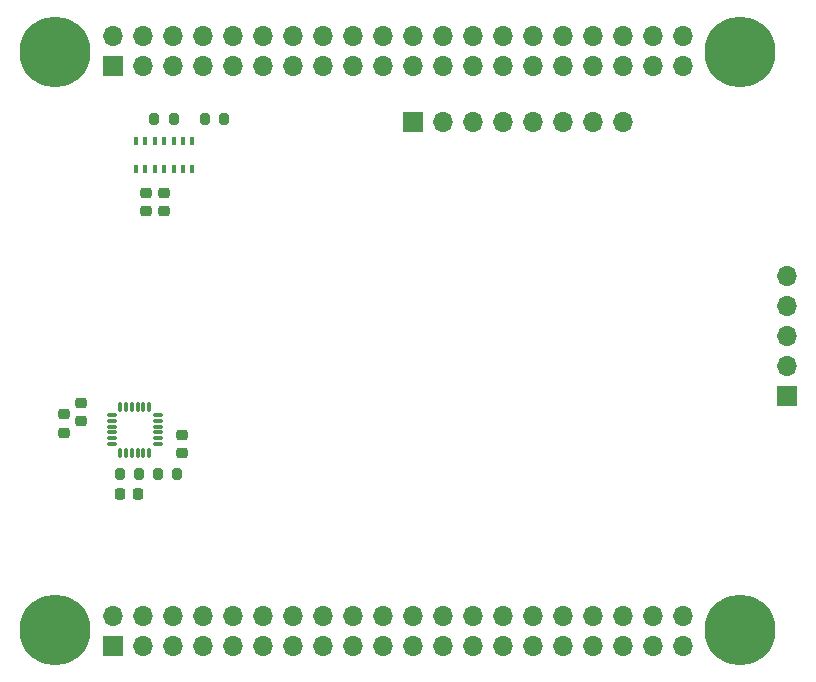
<source format=gbr>
%TF.GenerationSoftware,KiCad,Pcbnew,(6.0.1)*%
%TF.CreationDate,2022-01-17T17:26:23+08:00*%
%TF.ProjectId,ART-PI-HAT,4152542d-5049-42d4-9841-542e6b696361,rev?*%
%TF.SameCoordinates,Original*%
%TF.FileFunction,Soldermask,Top*%
%TF.FilePolarity,Negative*%
%FSLAX46Y46*%
G04 Gerber Fmt 4.6, Leading zero omitted, Abs format (unit mm)*
G04 Created by KiCad (PCBNEW (6.0.1)) date 2022-01-17 17:26:23*
%MOMM*%
%LPD*%
G01*
G04 APERTURE LIST*
G04 Aperture macros list*
%AMRoundRect*
0 Rectangle with rounded corners*
0 $1 Rounding radius*
0 $2 $3 $4 $5 $6 $7 $8 $9 X,Y pos of 4 corners*
0 Add a 4 corners polygon primitive as box body*
4,1,4,$2,$3,$4,$5,$6,$7,$8,$9,$2,$3,0*
0 Add four circle primitives for the rounded corners*
1,1,$1+$1,$2,$3*
1,1,$1+$1,$4,$5*
1,1,$1+$1,$6,$7*
1,1,$1+$1,$8,$9*
0 Add four rect primitives between the rounded corners*
20,1,$1+$1,$2,$3,$4,$5,0*
20,1,$1+$1,$4,$5,$6,$7,0*
20,1,$1+$1,$6,$7,$8,$9,0*
20,1,$1+$1,$8,$9,$2,$3,0*%
G04 Aperture macros list end*
%ADD10RoundRect,0.200000X-0.200000X-0.275000X0.200000X-0.275000X0.200000X0.275000X-0.200000X0.275000X0*%
%ADD11C,6.000000*%
%ADD12RoundRect,0.075000X-0.075000X0.350000X-0.075000X-0.350000X0.075000X-0.350000X0.075000X0.350000X0*%
%ADD13RoundRect,0.075000X-0.350000X-0.075000X0.350000X-0.075000X0.350000X0.075000X-0.350000X0.075000X0*%
%ADD14RoundRect,0.225000X-0.225000X-0.250000X0.225000X-0.250000X0.225000X0.250000X-0.225000X0.250000X0*%
%ADD15R,1.700000X1.700000*%
%ADD16O,1.700000X1.700000*%
%ADD17RoundRect,0.225000X-0.250000X0.225000X-0.250000X-0.225000X0.250000X-0.225000X0.250000X0.225000X0*%
%ADD18RoundRect,0.225000X0.250000X-0.225000X0.250000X0.225000X-0.250000X0.225000X-0.250000X-0.225000X0*%
%ADD19RoundRect,0.200000X0.200000X0.275000X-0.200000X0.275000X-0.200000X-0.275000X0.200000X-0.275000X0*%
%ADD20RoundRect,0.087500X-0.087500X0.287500X-0.087500X-0.287500X0.087500X-0.287500X0.087500X0.287500X0*%
G04 APERTURE END LIST*
D10*
%TO.C,R6*%
X87725000Y-94750000D03*
X89375000Y-94750000D03*
%TD*%
%TO.C,R5*%
X84475000Y-94750000D03*
X86125000Y-94750000D03*
%TD*%
D11*
%TO.C,H1*%
X79000000Y-108000000D03*
%TD*%
D12*
%TO.C,U3*%
X87000000Y-89050000D03*
X86500000Y-89050000D03*
X86000000Y-89050000D03*
X85500000Y-89050000D03*
X85000000Y-89050000D03*
X84500000Y-89050000D03*
D13*
X83800000Y-89750000D03*
X83800000Y-90250000D03*
X83800000Y-90750000D03*
X83800000Y-91250000D03*
X83800000Y-91750000D03*
X83800000Y-92250000D03*
D12*
X84500000Y-92950000D03*
X85000000Y-92950000D03*
X85500000Y-92950000D03*
X86000000Y-92950000D03*
X86500000Y-92950000D03*
X87000000Y-92950000D03*
D13*
X87700000Y-92250000D03*
X87700000Y-91750000D03*
X87700000Y-91250000D03*
X87700000Y-90750000D03*
X87700000Y-90250000D03*
X87700000Y-89750000D03*
%TD*%
D14*
%TO.C,C6*%
X84525000Y-96476984D03*
X86075000Y-96476984D03*
%TD*%
D15*
%TO.C,J1*%
X83900000Y-60230000D03*
D16*
X83900000Y-57690000D03*
X86440000Y-60230000D03*
X86440000Y-57690000D03*
X88980000Y-60230000D03*
X88980000Y-57690000D03*
X91520000Y-60230000D03*
X91520000Y-57690000D03*
X94060000Y-60230000D03*
X94060000Y-57690000D03*
X96600000Y-60230000D03*
X96600000Y-57690000D03*
X99140000Y-60230000D03*
X99140000Y-57690000D03*
X101680000Y-60230000D03*
X101680000Y-57690000D03*
X104220000Y-60230000D03*
X104220000Y-57690000D03*
X106760000Y-60230000D03*
X106760000Y-57690000D03*
X109300000Y-60230000D03*
X109300000Y-57690000D03*
X111840000Y-60230000D03*
X111840000Y-57690000D03*
X114380000Y-60230000D03*
X114380000Y-57690000D03*
X116920000Y-60230000D03*
X116920000Y-57690000D03*
X119460000Y-60230000D03*
X119460000Y-57690000D03*
X122000000Y-60230000D03*
X122000000Y-57690000D03*
X124540000Y-60230000D03*
X124540000Y-57690000D03*
X127080000Y-60230000D03*
X127080000Y-57690000D03*
X129620000Y-60230000D03*
X129620000Y-57690000D03*
X132160000Y-60230000D03*
X132160000Y-57690000D03*
%TD*%
D11*
%TO.C,H4*%
X137000000Y-59000000D03*
%TD*%
D10*
%TO.C,R1*%
X87425000Y-64750000D03*
X89075000Y-64750000D03*
%TD*%
D11*
%TO.C,H2*%
X79000000Y-59000000D03*
%TD*%
%TO.C,H3*%
X137000000Y-108000000D03*
%TD*%
D15*
%TO.C,J3*%
X109340000Y-65000000D03*
D16*
X111880000Y-65000000D03*
X114420000Y-65000000D03*
X116960000Y-65000000D03*
X119500000Y-65000000D03*
X122040000Y-65000000D03*
X124580000Y-65000000D03*
X127120000Y-65000000D03*
%TD*%
D17*
%TO.C,C4*%
X86750000Y-70975000D03*
X86750000Y-72525000D03*
%TD*%
%TO.C,C5*%
X81250000Y-88725000D03*
X81250000Y-90275000D03*
%TD*%
D18*
%TO.C,C7*%
X79750000Y-91275000D03*
X79750000Y-89725000D03*
%TD*%
D19*
%TO.C,R4*%
X93325000Y-64750000D03*
X91675000Y-64750000D03*
%TD*%
D17*
%TO.C,C8*%
X89800000Y-91475000D03*
X89800000Y-93025000D03*
%TD*%
D15*
%TO.C,J4*%
X141000000Y-88120000D03*
D16*
X141000000Y-85580000D03*
X141000000Y-83040000D03*
X141000000Y-80500000D03*
X141000000Y-77960000D03*
%TD*%
D15*
%TO.C,J2*%
X83900000Y-109310000D03*
D16*
X83900000Y-106770000D03*
X86440000Y-109310000D03*
X86440000Y-106770000D03*
X88980000Y-109310000D03*
X88980000Y-106770000D03*
X91520000Y-109310000D03*
X91520000Y-106770000D03*
X94060000Y-109310000D03*
X94060000Y-106770000D03*
X96600000Y-109310000D03*
X96600000Y-106770000D03*
X99140000Y-109310000D03*
X99140000Y-106770000D03*
X101680000Y-109310000D03*
X101680000Y-106770000D03*
X104220000Y-109310000D03*
X104220000Y-106770000D03*
X106760000Y-109310000D03*
X106760000Y-106770000D03*
X109300000Y-109310000D03*
X109300000Y-106770000D03*
X111840000Y-109310000D03*
X111840000Y-106770000D03*
X114380000Y-109310000D03*
X114380000Y-106770000D03*
X116920000Y-109310000D03*
X116920000Y-106770000D03*
X119460000Y-109310000D03*
X119460000Y-106770000D03*
X122000000Y-109310000D03*
X122000000Y-106770000D03*
X124540000Y-109310000D03*
X124540000Y-106770000D03*
X127080000Y-109310000D03*
X127080000Y-106770000D03*
X129620000Y-109310000D03*
X129620000Y-106770000D03*
X132160000Y-109310000D03*
X132160000Y-106770000D03*
%TD*%
D20*
%TO.C,U2*%
X90649989Y-66550004D03*
X89849989Y-66550004D03*
X89049989Y-66550004D03*
X88249989Y-66550004D03*
X87449989Y-66550004D03*
X86649989Y-66550004D03*
X85849989Y-66550004D03*
X85849989Y-68950004D03*
X86649989Y-68950004D03*
X87449989Y-68950004D03*
X88249989Y-68950004D03*
X89049989Y-68950004D03*
X89849989Y-68950004D03*
X90649989Y-68950004D03*
%TD*%
D17*
%TO.C,C2*%
X88250000Y-70975000D03*
X88250000Y-72525000D03*
%TD*%
M02*

</source>
